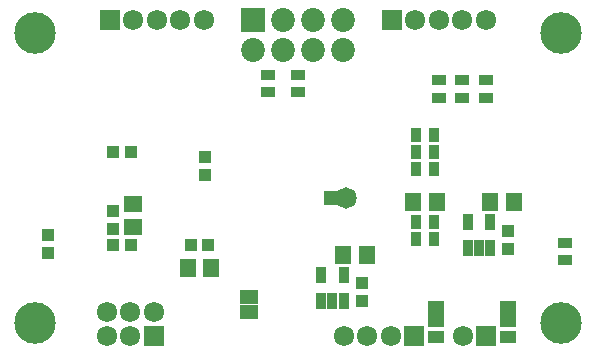
<source format=gbs>
G04 #@! TF.GenerationSoftware,KiCad,Pcbnew,(5.0.0)*
G04 #@! TF.CreationDate,2018-08-27T09:03:20+09:00*
G04 #@! TF.ProjectId,Altimeter,416C74696D657465722E6B696361645F,rev?*
G04 #@! TF.SameCoordinates,Original*
G04 #@! TF.FileFunction,Soldermask,Bot*
G04 #@! TF.FilePolarity,Negative*
%FSLAX46Y46*%
G04 Gerber Fmt 4.6, Leading zero omitted, Abs format (unit mm)*
G04 Created by KiCad (PCBNEW (5.0.0)) date 08/27/18 09:03:20*
%MOMM*%
%LPD*%
G01*
G04 APERTURE LIST*
%ADD10C,0.100000*%
%ADD11C,2.020000*%
%ADD12R,2.020000X2.020000*%
%ADD13C,1.720000*%
%ADD14R,1.720000X1.720000*%
%ADD15C,3.520000*%
%ADD16R,1.070000X1.120000*%
%ADD17R,0.970000X1.380000*%
%ADD18R,1.320000X1.570000*%
%ADD19R,1.120000X1.070000*%
%ADD20R,1.570000X1.320000*%
%ADD21R,1.590000X1.290000*%
%ADD22R,1.220000X0.820000*%
%ADD23R,0.820000X1.220000*%
%ADD24C,1.820000*%
%ADD25R,1.420000X1.120000*%
%ADD26R,1.420000X2.320000*%
G04 APERTURE END LIST*
D10*
G36*
X153556000Y-86131600D02*
X152260600Y-86131600D01*
X152260600Y-87249200D01*
X153556000Y-87249200D01*
X153556000Y-86131600D01*
G37*
D11*
G04 #@! TO.C,U2*
X153810000Y-74155500D03*
X151270000Y-74155500D03*
X148730000Y-74155500D03*
X146190000Y-74155500D03*
X153810000Y-71615500D03*
X151270000Y-71615500D03*
X148730000Y-71615500D03*
D12*
X146190000Y-71615500D03*
G04 #@! TD*
D13*
G04 #@! TO.C,J2*
X133826800Y-96349000D03*
X133826800Y-98349000D03*
X135826800Y-96349000D03*
X135826800Y-98349000D03*
D14*
X137826800Y-98349000D03*
D13*
X137826800Y-96349000D03*
G04 #@! TD*
D15*
G04 #@! TO.C,REF\002A\002A*
X127750000Y-72750000D03*
G04 #@! TD*
G04 #@! TO.C,REF\002A\002A*
X172250000Y-72750000D03*
G04 #@! TD*
D16*
G04 #@! TO.C,C1*
X155422600Y-93915800D03*
X155422600Y-95415800D03*
G04 #@! TD*
D15*
G04 #@! TO.C,REF\002A\002A*
X172250000Y-97250000D03*
G04 #@! TD*
D17*
G04 #@! TO.C,VR1*
X153883400Y-93210200D03*
X151983400Y-93210200D03*
X151983400Y-95410200D03*
X152933400Y-95410200D03*
X153883400Y-95410200D03*
G04 #@! TD*
D18*
G04 #@! TO.C,C2*
X155863800Y-91490800D03*
X153863800Y-91490800D03*
G04 #@! TD*
D16*
G04 #@! TO.C,C3*
X128879600Y-89826400D03*
X128879600Y-91326400D03*
G04 #@! TD*
D18*
G04 #@! TO.C,C4*
X142668800Y-92608600D03*
X140668800Y-92608600D03*
G04 #@! TD*
D19*
G04 #@! TO.C,C5*
X134352600Y-90703400D03*
X135852600Y-90703400D03*
G04 #@! TD*
G04 #@! TO.C,C6*
X142431200Y-90703400D03*
X140931200Y-90703400D03*
G04 #@! TD*
G04 #@! TO.C,C7*
X135878000Y-82829400D03*
X134378000Y-82829400D03*
G04 #@! TD*
D16*
G04 #@! TO.C,C8*
X142176500Y-83260500D03*
X142176500Y-84760500D03*
G04 #@! TD*
D20*
G04 #@! TO.C,C9*
X136017000Y-89188800D03*
X136017000Y-87188800D03*
G04 #@! TD*
D16*
G04 #@! TO.C,C10*
X134391400Y-89294400D03*
X134391400Y-87794400D03*
G04 #@! TD*
D18*
G04 #@! TO.C,C15*
X159756600Y-86995000D03*
X161756600Y-86995000D03*
G04 #@! TD*
D13*
G04 #@! TO.C,J1*
X163976600Y-98412500D03*
D14*
X165976600Y-98412500D03*
G04 #@! TD*
D13*
G04 #@! TO.C,J4*
X142062500Y-71615500D03*
X140062500Y-71615500D03*
X138062500Y-71615500D03*
D14*
X134062500Y-71615500D03*
D13*
X136062500Y-71615500D03*
G04 #@! TD*
G04 #@! TO.C,J5*
X157880600Y-98412500D03*
D14*
X159880600Y-98412500D03*
D13*
X155880600Y-98412500D03*
X153880600Y-98412500D03*
G04 #@! TD*
D21*
G04 #@! TO.C,JP1*
X145897900Y-96322000D03*
X145897900Y-95042000D03*
G04 #@! TD*
D22*
G04 #@! TO.C,R1*
X172618400Y-90486800D03*
X172618400Y-91986800D03*
G04 #@! TD*
D23*
G04 #@! TO.C,R7*
X161545000Y-81331000D03*
X160045000Y-81331000D03*
G04 #@! TD*
G04 #@! TO.C,R8*
X161545000Y-82791500D03*
X160045000Y-82791500D03*
G04 #@! TD*
G04 #@! TO.C,R9*
X160045000Y-84252000D03*
X161545000Y-84252000D03*
G04 #@! TD*
G04 #@! TO.C,R10*
X161545000Y-88697000D03*
X160045000Y-88697000D03*
G04 #@! TD*
G04 #@! TO.C,R11*
X160045000Y-90157500D03*
X161545000Y-90157500D03*
G04 #@! TD*
D15*
G04 #@! TO.C,REF\002A\002A*
X127750000Y-97250000D03*
G04 #@! TD*
D13*
G04 #@! TO.C,J6*
X165937500Y-71615500D03*
X163937500Y-71615500D03*
X161937500Y-71615500D03*
D14*
X157937500Y-71615500D03*
D13*
X159937500Y-71615500D03*
G04 #@! TD*
D22*
G04 #@! TO.C,R14*
X147460000Y-76263000D03*
X147460000Y-77763000D03*
G04 #@! TD*
G04 #@! TO.C,R15*
X150000000Y-77763000D03*
X150000000Y-76263000D03*
G04 #@! TD*
D24*
G04 #@! TO.C,TP1*
X154051000Y-86677500D03*
G04 #@! TD*
D25*
G04 #@! TO.C,D6*
X167830800Y-98425200D03*
D26*
X167830800Y-96525200D03*
G04 #@! TD*
G04 #@! TO.C,D7*
X161734800Y-96525200D03*
D25*
X161734800Y-98425200D03*
G04 #@! TD*
D22*
G04 #@! TO.C,R16*
X161938000Y-78220200D03*
X161938000Y-76720200D03*
G04 #@! TD*
G04 #@! TO.C,R17*
X163944600Y-76720200D03*
X163944600Y-78220200D03*
G04 #@! TD*
G04 #@! TO.C,R18*
X165951200Y-78220200D03*
X165951200Y-76720200D03*
G04 #@! TD*
D16*
G04 #@! TO.C,C16*
X167830500Y-90983500D03*
X167830500Y-89483500D03*
G04 #@! TD*
D18*
G04 #@! TO.C,C17*
X168297100Y-87007700D03*
X166297100Y-87007700D03*
G04 #@! TD*
D17*
G04 #@! TO.C,VR2*
X166304000Y-88765200D03*
X164404000Y-88765200D03*
X164404000Y-90965200D03*
X165354000Y-90965200D03*
X166304000Y-90965200D03*
G04 #@! TD*
M02*

</source>
